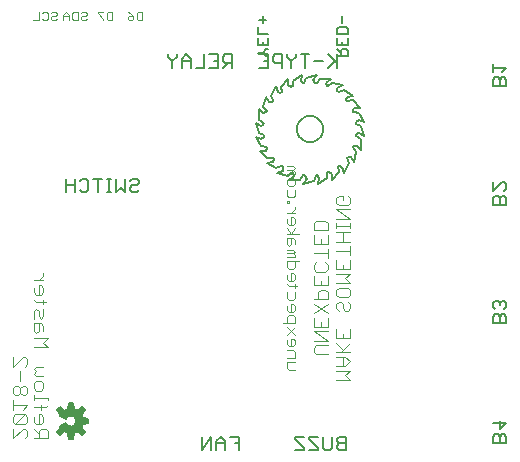
<source format=gbo>
G75*
%MOIN*%
%OFA0B0*%
%FSLAX25Y25*%
%IPPOS*%
%LPD*%
%AMOC8*
5,1,8,0,0,1.08239X$1,22.5*
%
%ADD10C,0.00400*%
%ADD11C,0.00300*%
%ADD12C,0.00600*%
%ADD13C,0.00500*%
%ADD14C,0.00787*%
%ADD15C,0.00591*%
D10*
X0018046Y0023600D02*
X0021249Y0026803D01*
X0022050Y0026803D01*
X0022851Y0026002D01*
X0022851Y0024401D01*
X0022050Y0023600D01*
X0024962Y0023600D02*
X0029767Y0023600D01*
X0029767Y0026002D01*
X0028966Y0026803D01*
X0027364Y0026803D01*
X0026564Y0026002D01*
X0026564Y0023600D01*
X0026564Y0025201D02*
X0024962Y0026803D01*
X0025763Y0028388D02*
X0027364Y0028388D01*
X0028165Y0029189D01*
X0028165Y0030790D01*
X0027364Y0031591D01*
X0026564Y0031591D01*
X0026564Y0028388D01*
X0025763Y0028388D02*
X0024962Y0029189D01*
X0024962Y0030790D01*
X0022851Y0030790D02*
X0022851Y0029189D01*
X0022050Y0028388D01*
X0018847Y0028388D01*
X0022050Y0031591D01*
X0018847Y0031591D01*
X0018046Y0030790D01*
X0018046Y0029189D01*
X0018847Y0028388D01*
X0018046Y0026803D02*
X0018046Y0023600D01*
X0022851Y0030790D02*
X0022050Y0031591D01*
X0021249Y0033176D02*
X0022851Y0034778D01*
X0018046Y0034778D01*
X0018046Y0036379D02*
X0018046Y0033176D01*
X0018847Y0037964D02*
X0019648Y0037964D01*
X0020448Y0038765D01*
X0020448Y0040366D01*
X0019648Y0041167D01*
X0018847Y0041167D01*
X0018046Y0040366D01*
X0018046Y0038765D01*
X0018847Y0037964D01*
X0020448Y0038765D02*
X0021249Y0037964D01*
X0022050Y0037964D01*
X0022851Y0038765D01*
X0022851Y0040366D01*
X0022050Y0041167D01*
X0021249Y0041167D01*
X0020448Y0040366D01*
X0020448Y0042752D02*
X0020448Y0045955D01*
X0022050Y0047540D02*
X0022851Y0048341D01*
X0022851Y0049942D01*
X0022050Y0050743D01*
X0021249Y0050743D01*
X0018046Y0047540D01*
X0018046Y0050743D01*
X0024962Y0053925D02*
X0029767Y0053925D01*
X0028165Y0055526D01*
X0029767Y0057127D01*
X0024962Y0057127D01*
X0025763Y0058713D02*
X0026564Y0059513D01*
X0026564Y0061915D01*
X0027364Y0061915D02*
X0024962Y0061915D01*
X0024962Y0059513D01*
X0025763Y0058713D01*
X0028165Y0059513D02*
X0028165Y0061115D01*
X0027364Y0061915D01*
X0027364Y0063501D02*
X0028165Y0064301D01*
X0028165Y0066703D01*
X0028165Y0068289D02*
X0028165Y0069890D01*
X0028966Y0069090D02*
X0025763Y0069090D01*
X0024962Y0069890D01*
X0025763Y0071481D02*
X0027364Y0071481D01*
X0028165Y0072282D01*
X0028165Y0073883D01*
X0027364Y0074684D01*
X0026564Y0074684D01*
X0026564Y0071481D01*
X0025763Y0071481D02*
X0024962Y0072282D01*
X0024962Y0073883D01*
X0024962Y0076269D02*
X0028165Y0076269D01*
X0026564Y0076269D02*
X0028165Y0077870D01*
X0028165Y0078671D01*
X0025763Y0066703D02*
X0026564Y0065903D01*
X0026564Y0064301D01*
X0027364Y0063501D01*
X0024962Y0063501D02*
X0024962Y0065903D01*
X0025763Y0066703D01*
X0025763Y0047551D02*
X0028165Y0047551D01*
X0025763Y0047551D02*
X0024962Y0046750D01*
X0025763Y0045950D01*
X0024962Y0045149D01*
X0025763Y0044348D01*
X0028165Y0044348D01*
X0027364Y0042763D02*
X0028165Y0041962D01*
X0028165Y0040361D01*
X0027364Y0039560D01*
X0025763Y0039560D01*
X0024962Y0040361D01*
X0024962Y0041962D01*
X0025763Y0042763D01*
X0027364Y0042763D01*
X0024962Y0037970D02*
X0024962Y0036368D01*
X0024962Y0037169D02*
X0029767Y0037169D01*
X0029767Y0036368D01*
X0029767Y0034778D02*
X0028966Y0033977D01*
X0024962Y0033977D01*
X0027364Y0033176D02*
X0027364Y0034778D01*
X0118296Y0052348D02*
X0118296Y0053882D01*
X0119064Y0054650D01*
X0122900Y0054650D01*
X0122900Y0056184D02*
X0118296Y0059254D01*
X0122900Y0059254D01*
X0122900Y0060788D02*
X0118296Y0060788D01*
X0118296Y0063857D01*
X0118296Y0065392D02*
X0122900Y0068461D01*
X0122900Y0069996D02*
X0122900Y0072298D01*
X0122133Y0073065D01*
X0120598Y0073065D01*
X0119831Y0072298D01*
X0119831Y0069996D01*
X0118296Y0069996D02*
X0122900Y0069996D01*
X0125796Y0068461D02*
X0125796Y0066927D01*
X0126564Y0066159D01*
X0128098Y0066927D02*
X0128098Y0068461D01*
X0127331Y0069229D01*
X0126564Y0069229D01*
X0125796Y0068461D01*
X0128098Y0066927D02*
X0128866Y0066159D01*
X0129633Y0066159D01*
X0130400Y0066927D01*
X0130400Y0068461D01*
X0129633Y0069229D01*
X0129633Y0070763D02*
X0126564Y0070763D01*
X0125796Y0071531D01*
X0125796Y0073065D01*
X0126564Y0073833D01*
X0129633Y0073833D01*
X0130400Y0073065D01*
X0130400Y0071531D01*
X0129633Y0070763D01*
X0130400Y0075367D02*
X0125796Y0075367D01*
X0128866Y0076902D02*
X0130400Y0078437D01*
X0125796Y0078437D01*
X0125796Y0079971D02*
X0125796Y0083040D01*
X0128098Y0081506D02*
X0128098Y0079971D01*
X0130400Y0079971D02*
X0125796Y0079971D01*
X0122900Y0079971D02*
X0122133Y0079204D01*
X0119064Y0079204D01*
X0118296Y0079971D01*
X0118296Y0081506D01*
X0119064Y0082273D01*
X0122133Y0082273D02*
X0122900Y0081506D01*
X0122900Y0079971D01*
X0122900Y0077669D02*
X0122900Y0074600D01*
X0118296Y0074600D01*
X0118296Y0077669D01*
X0120598Y0076135D02*
X0120598Y0074600D01*
X0118296Y0068461D02*
X0122900Y0065392D01*
X0122900Y0063857D02*
X0122900Y0060788D01*
X0120598Y0060788D02*
X0120598Y0062323D01*
X0125796Y0060021D02*
X0125796Y0056952D01*
X0130400Y0056952D01*
X0130400Y0060021D01*
X0128098Y0058486D02*
X0128098Y0056952D01*
X0125796Y0055417D02*
X0128098Y0053115D01*
X0127331Y0052348D02*
X0130400Y0055417D01*
X0130400Y0052348D02*
X0125796Y0052348D01*
X0125796Y0050813D02*
X0128866Y0050813D01*
X0130400Y0049278D01*
X0128866Y0047744D01*
X0125796Y0047744D01*
X0125796Y0046209D02*
X0130400Y0046209D01*
X0128866Y0044674D01*
X0130400Y0043140D01*
X0125796Y0043140D01*
X0128098Y0047744D02*
X0128098Y0050813D01*
X0122900Y0051580D02*
X0119064Y0051580D01*
X0118296Y0052348D01*
X0118296Y0056184D02*
X0122900Y0056184D01*
X0130400Y0075367D02*
X0128866Y0076902D01*
X0130400Y0079971D02*
X0130400Y0083040D01*
X0130400Y0084575D02*
X0130400Y0087644D01*
X0130400Y0086110D02*
X0125796Y0086110D01*
X0125796Y0089179D02*
X0130400Y0089179D01*
X0128098Y0089179D02*
X0128098Y0092248D01*
X0130400Y0092248D02*
X0125796Y0092248D01*
X0125796Y0093783D02*
X0125796Y0095318D01*
X0125796Y0094550D02*
X0130400Y0094550D01*
X0130400Y0093783D02*
X0130400Y0095318D01*
X0130400Y0096852D02*
X0125796Y0099922D01*
X0130400Y0099922D01*
X0129633Y0101456D02*
X0126564Y0101456D01*
X0125796Y0102223D01*
X0125796Y0103758D01*
X0126564Y0104525D01*
X0128098Y0104525D01*
X0128098Y0102991D01*
X0129633Y0104525D02*
X0130400Y0103758D01*
X0130400Y0102223D01*
X0129633Y0101456D01*
X0130400Y0096852D02*
X0125796Y0096852D01*
X0122900Y0095318D02*
X0122900Y0093016D01*
X0118296Y0093016D01*
X0118296Y0095318D01*
X0119064Y0096085D01*
X0122133Y0096085D01*
X0122900Y0095318D01*
X0122900Y0091481D02*
X0122900Y0088412D01*
X0118296Y0088412D01*
X0118296Y0091481D01*
X0120598Y0089946D02*
X0120598Y0088412D01*
X0122900Y0086877D02*
X0122900Y0083808D01*
X0122900Y0085342D02*
X0118296Y0085342D01*
X0061093Y0163000D02*
X0059692Y0163000D01*
X0059225Y0163467D01*
X0059225Y0165335D01*
X0059692Y0165802D01*
X0061093Y0165802D01*
X0061093Y0163000D01*
X0058146Y0163467D02*
X0057679Y0163000D01*
X0056745Y0163000D01*
X0056278Y0163467D01*
X0056278Y0163934D01*
X0056745Y0164401D01*
X0058146Y0164401D01*
X0058146Y0163467D01*
X0058146Y0164401D02*
X0057212Y0165335D01*
X0056278Y0165802D01*
X0051093Y0165802D02*
X0051093Y0163000D01*
X0049692Y0163000D01*
X0049225Y0163467D01*
X0049225Y0165335D01*
X0049692Y0165802D01*
X0051093Y0165802D01*
X0048146Y0165802D02*
X0046278Y0165802D01*
X0046278Y0165335D01*
X0048146Y0163467D01*
X0048146Y0163000D01*
X0042566Y0163467D02*
X0042099Y0163000D01*
X0041165Y0163000D01*
X0040698Y0163467D01*
X0040698Y0163934D01*
X0041165Y0164401D01*
X0042099Y0164401D01*
X0042566Y0164868D01*
X0042566Y0165335D01*
X0042099Y0165802D01*
X0041165Y0165802D01*
X0040698Y0165335D01*
X0039620Y0165802D02*
X0038219Y0165802D01*
X0037751Y0165335D01*
X0037751Y0163467D01*
X0038219Y0163000D01*
X0039620Y0163000D01*
X0039620Y0165802D01*
X0036673Y0164868D02*
X0035739Y0165802D01*
X0034805Y0164868D01*
X0034805Y0163000D01*
X0034805Y0164401D02*
X0036673Y0164401D01*
X0036673Y0164868D02*
X0036673Y0163000D01*
X0032566Y0163467D02*
X0032099Y0163000D01*
X0031165Y0163000D01*
X0030698Y0163467D01*
X0030698Y0163934D01*
X0031165Y0164401D01*
X0032099Y0164401D01*
X0032566Y0164868D01*
X0032566Y0165335D01*
X0032099Y0165802D01*
X0031165Y0165802D01*
X0030698Y0165335D01*
X0029620Y0165335D02*
X0029620Y0163467D01*
X0029153Y0163000D01*
X0028219Y0163000D01*
X0027751Y0163467D01*
X0026673Y0163000D02*
X0024805Y0163000D01*
X0026673Y0163000D02*
X0026673Y0165802D01*
X0027751Y0165335D02*
X0028219Y0165802D01*
X0029153Y0165802D01*
X0029620Y0165335D01*
D11*
X0109496Y0114252D02*
X0111448Y0114252D01*
X0112099Y0113601D01*
X0111448Y0112951D01*
X0109496Y0112951D01*
X0109496Y0111650D02*
X0112099Y0111650D01*
X0112099Y0112300D01*
X0111448Y0112951D01*
X0111448Y0110384D02*
X0110147Y0110384D01*
X0109496Y0109734D01*
X0109496Y0108433D01*
X0110147Y0107782D01*
X0111448Y0107782D01*
X0112099Y0108433D01*
X0112099Y0109734D01*
X0111448Y0110384D01*
X0112099Y0106517D02*
X0112099Y0104565D01*
X0111448Y0103915D01*
X0110147Y0103915D01*
X0109496Y0104565D01*
X0109496Y0106517D01*
X0109496Y0102632D02*
X0109496Y0101981D01*
X0110147Y0101981D01*
X0110147Y0102632D01*
X0109496Y0102632D01*
X0112099Y0100710D02*
X0112099Y0100060D01*
X0110798Y0098759D01*
X0110798Y0097493D02*
X0110798Y0094891D01*
X0111448Y0094891D02*
X0110147Y0094891D01*
X0109496Y0095542D01*
X0109496Y0096843D01*
X0110798Y0097493D02*
X0111448Y0097493D01*
X0112099Y0096843D01*
X0112099Y0095542D01*
X0111448Y0094891D01*
X0112099Y0093620D02*
X0110798Y0091668D01*
X0109496Y0093620D01*
X0109496Y0091668D02*
X0113400Y0091668D01*
X0112099Y0089753D02*
X0111448Y0090403D01*
X0109496Y0090403D01*
X0109496Y0088452D01*
X0110147Y0087801D01*
X0110798Y0088452D01*
X0110798Y0090403D01*
X0112099Y0089753D02*
X0112099Y0088452D01*
X0111448Y0086536D02*
X0109496Y0086536D01*
X0109496Y0085235D02*
X0111448Y0085235D01*
X0112099Y0085886D01*
X0111448Y0086536D01*
X0111448Y0085235D02*
X0112099Y0084584D01*
X0112099Y0083934D01*
X0109496Y0083934D01*
X0109496Y0082669D02*
X0109496Y0080717D01*
X0110147Y0080067D01*
X0111448Y0080067D01*
X0112099Y0080717D01*
X0112099Y0082669D01*
X0113400Y0082669D02*
X0109496Y0082669D01*
X0110798Y0078802D02*
X0110798Y0076199D01*
X0111448Y0076199D02*
X0110147Y0076199D01*
X0109496Y0076850D01*
X0109496Y0078151D01*
X0110798Y0078802D02*
X0111448Y0078802D01*
X0112099Y0078151D01*
X0112099Y0076850D01*
X0111448Y0076199D01*
X0112099Y0074922D02*
X0112099Y0073621D01*
X0112749Y0074272D02*
X0110147Y0074272D01*
X0109496Y0074922D01*
X0109496Y0072356D02*
X0109496Y0070404D01*
X0110147Y0069754D01*
X0111448Y0069754D01*
X0112099Y0070404D01*
X0112099Y0072356D01*
X0111448Y0068489D02*
X0110798Y0068489D01*
X0110798Y0065886D01*
X0111448Y0065886D02*
X0110147Y0065886D01*
X0109496Y0066537D01*
X0109496Y0067838D01*
X0111448Y0068489D02*
X0112099Y0067838D01*
X0112099Y0066537D01*
X0111448Y0065886D01*
X0111448Y0064621D02*
X0110147Y0064621D01*
X0109496Y0063971D01*
X0109496Y0062019D01*
X0109496Y0060754D02*
X0112099Y0058152D01*
X0111448Y0056887D02*
X0110798Y0056887D01*
X0110798Y0054285D01*
X0111448Y0054285D02*
X0110147Y0054285D01*
X0109496Y0054935D01*
X0109496Y0056236D01*
X0109496Y0058152D02*
X0112099Y0060754D01*
X0112099Y0062019D02*
X0112099Y0063971D01*
X0111448Y0064621D01*
X0112099Y0062019D02*
X0108195Y0062019D01*
X0111448Y0056887D02*
X0112099Y0056236D01*
X0112099Y0054935D01*
X0111448Y0054285D01*
X0111448Y0053020D02*
X0109496Y0053020D01*
X0111448Y0053020D02*
X0112099Y0052369D01*
X0112099Y0050417D01*
X0109496Y0050417D01*
X0109496Y0049152D02*
X0112099Y0049152D01*
X0112099Y0046550D02*
X0110147Y0046550D01*
X0109496Y0047201D01*
X0109496Y0049152D01*
X0109496Y0098759D02*
X0112099Y0098759D01*
D12*
X0060046Y0106434D02*
X0059312Y0105700D01*
X0057845Y0105700D01*
X0057111Y0106434D01*
X0057111Y0107168D01*
X0057845Y0107902D01*
X0059312Y0107902D01*
X0060046Y0108636D01*
X0060046Y0109370D01*
X0059312Y0110104D01*
X0057845Y0110104D01*
X0057111Y0109370D01*
X0055443Y0110104D02*
X0055443Y0105700D01*
X0053975Y0107168D01*
X0052507Y0105700D01*
X0052507Y0110104D01*
X0050839Y0110104D02*
X0049371Y0110104D01*
X0050105Y0110104D02*
X0050105Y0105700D01*
X0050839Y0105700D02*
X0049371Y0105700D01*
X0046301Y0105700D02*
X0046301Y0110104D01*
X0047769Y0110104D02*
X0044833Y0110104D01*
X0043165Y0109370D02*
X0043165Y0106434D01*
X0042431Y0105700D01*
X0040964Y0105700D01*
X0040230Y0106434D01*
X0038561Y0105700D02*
X0038561Y0110104D01*
X0040230Y0109370D02*
X0040964Y0110104D01*
X0042431Y0110104D01*
X0043165Y0109370D01*
X0038561Y0107902D02*
X0035626Y0107902D01*
X0035626Y0110104D02*
X0035626Y0105700D01*
X0071163Y0147200D02*
X0071163Y0149402D01*
X0069695Y0150870D01*
X0069695Y0151604D01*
X0071163Y0149402D02*
X0072631Y0150870D01*
X0072631Y0151604D01*
X0074299Y0150136D02*
X0074299Y0147200D01*
X0074299Y0149402D02*
X0077235Y0149402D01*
X0077235Y0150136D02*
X0077235Y0147200D01*
X0078903Y0147200D02*
X0081839Y0147200D01*
X0081839Y0151604D01*
X0083507Y0151604D02*
X0086443Y0151604D01*
X0086443Y0147200D01*
X0083507Y0147200D01*
X0084975Y0149402D02*
X0086443Y0149402D01*
X0088111Y0149402D02*
X0088111Y0150870D01*
X0088845Y0151604D01*
X0091046Y0151604D01*
X0091046Y0147200D01*
X0091046Y0148668D02*
X0088845Y0148668D01*
X0088111Y0149402D01*
X0089579Y0148668D02*
X0088111Y0147200D01*
X0077235Y0150136D02*
X0075767Y0151604D01*
X0074299Y0150136D01*
X0100091Y0151604D02*
X0103027Y0151604D01*
X0103027Y0147200D01*
X0100091Y0147200D01*
X0101559Y0149402D02*
X0103027Y0149402D01*
X0104695Y0149402D02*
X0104695Y0150870D01*
X0105429Y0151604D01*
X0107631Y0151604D01*
X0107631Y0147200D01*
X0107631Y0148668D02*
X0105429Y0148668D01*
X0104695Y0149402D01*
X0109299Y0150870D02*
X0110767Y0149402D01*
X0110767Y0147200D01*
X0110767Y0149402D02*
X0112235Y0150870D01*
X0112235Y0151604D01*
X0113903Y0151604D02*
X0116839Y0151604D01*
X0115371Y0151604D02*
X0115371Y0147200D01*
X0118507Y0149402D02*
X0121443Y0149402D01*
X0123111Y0147200D02*
X0125312Y0149402D01*
X0126046Y0148668D02*
X0123111Y0151604D01*
X0126046Y0151604D02*
X0126046Y0147200D01*
X0109299Y0150870D02*
X0109299Y0151604D01*
X0178146Y0148532D02*
X0178146Y0145596D01*
X0178146Y0147064D02*
X0182550Y0147064D01*
X0181082Y0145596D01*
X0181082Y0143928D02*
X0180348Y0143194D01*
X0180348Y0140992D01*
X0178146Y0140992D02*
X0178146Y0143194D01*
X0178880Y0143928D01*
X0179614Y0143928D01*
X0180348Y0143194D01*
X0181082Y0143928D02*
X0181816Y0143928D01*
X0182550Y0143194D01*
X0182550Y0140992D01*
X0178146Y0140992D01*
X0178146Y0109032D02*
X0178146Y0106096D01*
X0181082Y0109032D01*
X0181816Y0109032D01*
X0182550Y0108298D01*
X0182550Y0106830D01*
X0181816Y0106096D01*
X0181816Y0104428D02*
X0181082Y0104428D01*
X0180348Y0103694D01*
X0180348Y0101492D01*
X0178146Y0101492D02*
X0178146Y0103694D01*
X0178880Y0104428D01*
X0179614Y0104428D01*
X0180348Y0103694D01*
X0181816Y0104428D02*
X0182550Y0103694D01*
X0182550Y0101492D01*
X0178146Y0101492D01*
X0178880Y0069532D02*
X0178146Y0068798D01*
X0178146Y0067330D01*
X0178880Y0066596D01*
X0178880Y0064928D02*
X0178146Y0064194D01*
X0178146Y0061992D01*
X0182550Y0061992D01*
X0182550Y0064194D01*
X0181816Y0064928D01*
X0181082Y0064928D01*
X0180348Y0064194D01*
X0180348Y0061992D01*
X0180348Y0064194D02*
X0179614Y0064928D01*
X0178880Y0064928D01*
X0181816Y0066596D02*
X0182550Y0067330D01*
X0182550Y0068798D01*
X0181816Y0069532D01*
X0181082Y0069532D01*
X0180348Y0068798D01*
X0179614Y0069532D01*
X0178880Y0069532D01*
X0180348Y0068798D02*
X0180348Y0068064D01*
X0180348Y0029532D02*
X0180348Y0026596D01*
X0182550Y0028798D01*
X0178146Y0028798D01*
X0178880Y0024928D02*
X0178146Y0024194D01*
X0178146Y0021992D01*
X0182550Y0021992D01*
X0182550Y0024194D01*
X0181816Y0024928D01*
X0181082Y0024928D01*
X0180348Y0024194D01*
X0180348Y0021992D01*
X0180348Y0024194D02*
X0179614Y0024928D01*
X0178880Y0024928D01*
X0128962Y0024104D02*
X0128962Y0019700D01*
X0126760Y0019700D01*
X0126026Y0020434D01*
X0126026Y0021168D01*
X0126760Y0021902D01*
X0128962Y0021902D01*
X0126760Y0021902D02*
X0126026Y0022636D01*
X0126026Y0023370D01*
X0126760Y0024104D01*
X0128962Y0024104D01*
X0124358Y0024104D02*
X0124358Y0020434D01*
X0123624Y0019700D01*
X0122156Y0019700D01*
X0121422Y0020434D01*
X0121422Y0024104D01*
X0119754Y0024104D02*
X0116819Y0024104D01*
X0116819Y0023370D01*
X0119754Y0020434D01*
X0119754Y0019700D01*
X0116819Y0019700D01*
X0115150Y0019700D02*
X0112215Y0019700D01*
X0115150Y0019700D02*
X0115150Y0020434D01*
X0112215Y0023370D01*
X0112215Y0024104D01*
X0115150Y0024104D01*
X0093358Y0024104D02*
X0093358Y0019700D01*
X0093358Y0021902D02*
X0091890Y0021902D01*
X0093358Y0024104D02*
X0090422Y0024104D01*
X0088754Y0022636D02*
X0087286Y0024104D01*
X0085818Y0022636D01*
X0085818Y0019700D01*
X0084150Y0019700D02*
X0084150Y0024104D01*
X0081215Y0019700D01*
X0081215Y0024104D01*
X0085818Y0021902D02*
X0088754Y0021902D01*
X0088754Y0022636D02*
X0088754Y0019700D01*
D13*
X0102516Y0150917D02*
X0101348Y0152085D01*
X0099596Y0152085D01*
X0101348Y0152085D02*
X0102516Y0153253D01*
X0103099Y0153253D01*
X0103099Y0154601D02*
X0099596Y0154601D01*
X0099596Y0156936D01*
X0099596Y0158284D02*
X0099596Y0160619D01*
X0101348Y0161967D02*
X0101348Y0164302D01*
X0102516Y0163134D02*
X0100180Y0163134D01*
X0099596Y0158284D02*
X0103099Y0158284D01*
X0103099Y0156936D02*
X0103099Y0154601D01*
X0101348Y0154601D02*
X0101348Y0155768D01*
X0102516Y0150917D02*
X0103099Y0150917D01*
X0126096Y0150917D02*
X0129599Y0150917D01*
X0129599Y0152669D01*
X0129016Y0153253D01*
X0127848Y0153253D01*
X0127264Y0152669D01*
X0127264Y0150917D01*
X0127264Y0152085D02*
X0126096Y0153253D01*
X0126096Y0154601D02*
X0126096Y0156936D01*
X0126096Y0158284D02*
X0126096Y0160035D01*
X0126680Y0160619D01*
X0129016Y0160619D01*
X0129599Y0160035D01*
X0129599Y0158284D01*
X0126096Y0158284D01*
X0127848Y0155768D02*
X0127848Y0154601D01*
X0129599Y0154601D02*
X0126096Y0154601D01*
X0129599Y0154601D02*
X0129599Y0156936D01*
X0127848Y0161967D02*
X0127848Y0164302D01*
D14*
X0119225Y0144741D02*
X0115792Y0143726D01*
X0115177Y0142164D01*
X0115128Y0142158D01*
X0114636Y0142090D01*
X0114587Y0142084D01*
X0113935Y0142767D01*
X0114513Y0144692D01*
X0111449Y0142828D01*
X0111253Y0141161D01*
X0111197Y0141138D01*
X0110648Y0140905D01*
X0110594Y0140878D01*
X0109776Y0141371D01*
X0109831Y0143382D01*
X0107365Y0140780D01*
X0107623Y0139094D01*
X0107585Y0139065D01*
X0107211Y0138773D01*
X0107174Y0138744D01*
X0106239Y0139014D01*
X0105771Y0140977D01*
X0104055Y0137833D01*
X0104738Y0136252D01*
X0104704Y0136208D01*
X0104370Y0135763D01*
X0104338Y0135717D01*
X0103341Y0135729D01*
X0102370Y0137495D01*
X0101539Y0134007D01*
X0102634Y0132641D01*
X0102620Y0132608D01*
X0102486Y0132269D01*
X0102474Y0132235D01*
X0101478Y0131995D01*
X0100100Y0133466D01*
X0100173Y0129885D01*
X0101601Y0128821D01*
X0101593Y0128772D01*
X0101531Y0128274D01*
X0101527Y0128224D01*
X0100610Y0127708D01*
X0098900Y0128753D01*
X0099915Y0125315D01*
X0101601Y0124650D01*
X0101605Y0124614D01*
X0101656Y0124255D01*
X0101662Y0124220D01*
X0100875Y0123457D01*
X0098949Y0124041D01*
X0100807Y0120984D01*
X0102628Y0120781D01*
X0102646Y0120738D01*
X0102829Y0120312D01*
X0102849Y0120271D01*
X0102271Y0119311D01*
X0100253Y0119366D01*
X0102849Y0116905D01*
X0104695Y0117195D01*
X0104715Y0117169D01*
X0104925Y0116901D01*
X0104947Y0116875D01*
X0104627Y0115767D01*
X0102665Y0115306D01*
X0105802Y0113596D01*
X0107518Y0114353D01*
X0107524Y0114359D01*
X0107558Y0114334D01*
X0107890Y0114082D01*
X0107924Y0114058D01*
X0107906Y0112882D01*
X0106134Y0111923D01*
X0109616Y0111092D01*
X0111074Y0112280D01*
X0111086Y0112292D01*
X0111109Y0112283D01*
X0111334Y0112191D01*
X0111357Y0112181D01*
X0111640Y0111025D01*
X0110170Y0109647D01*
X0113750Y0109721D01*
X0114863Y0111234D01*
X0114876Y0111265D01*
X0114916Y0111259D01*
X0115316Y0111208D01*
X0115356Y0111203D01*
X0115934Y0110151D01*
X0114876Y0108441D01*
X0118296Y0109456D01*
X0118960Y0111209D01*
X0118960Y0111240D01*
X0118999Y0111243D01*
X0119156Y0111262D01*
X0119299Y0111285D01*
X0119329Y0111289D01*
X0120166Y0110422D01*
X0119588Y0108496D01*
X0122645Y0110354D01*
X0122854Y0112218D01*
X0122848Y0112236D01*
X0122887Y0112252D01*
X0123260Y0112410D01*
X0123297Y0112427D01*
X0124318Y0111812D01*
X0124263Y0109800D01*
X0126724Y0112397D01*
X0126434Y0114254D01*
X0126428Y0114266D01*
X0126454Y0114285D01*
X0126710Y0114487D01*
X0126736Y0114506D01*
X0127862Y0114181D01*
X0128323Y0112218D01*
X0130033Y0115355D01*
X0129289Y0117053D01*
X0129316Y0117087D01*
X0129582Y0117436D01*
X0129609Y0117472D01*
X0130759Y0117453D01*
X0131719Y0115681D01*
X0132549Y0119163D01*
X0131393Y0120590D01*
X0131405Y0120618D01*
X0131517Y0120891D01*
X0131528Y0120917D01*
X0132611Y0121181D01*
X0133989Y0119711D01*
X0133915Y0123291D01*
X0132463Y0124367D01*
X0132471Y0124417D01*
X0132532Y0124903D01*
X0132537Y0124952D01*
X0133491Y0125481D01*
X0135200Y0124423D01*
X0134185Y0127855D01*
X0132525Y0128495D01*
X0132520Y0128537D01*
X0132465Y0128946D01*
X0132457Y0128987D01*
X0133220Y0129713D01*
X0135145Y0129135D01*
X0133287Y0132198D01*
X0131553Y0132401D01*
X0131533Y0132451D01*
X0131328Y0132947D01*
X0131307Y0132998D01*
X0131830Y0133872D01*
X0133841Y0133816D01*
X0131239Y0136283D01*
X0129535Y0136025D01*
X0129507Y0136062D01*
X0129226Y0136420D01*
X0129197Y0136455D01*
X0129473Y0137409D01*
X0131430Y0137876D01*
X0128292Y0139587D01*
X0126724Y0138910D01*
X0126679Y0138945D01*
X0126216Y0139294D01*
X0126170Y0139328D01*
X0126182Y0140300D01*
X0127948Y0141266D01*
X0124460Y0142096D01*
X0123149Y0141038D01*
X0123109Y0141055D01*
X0122716Y0141214D01*
X0122676Y0141229D01*
X0122455Y0142152D01*
X0123925Y0143530D01*
X0120344Y0143456D01*
X0119342Y0142109D01*
X0119282Y0142116D01*
X0118688Y0142195D01*
X0118628Y0142201D01*
X0118173Y0143031D01*
X0119225Y0144741D01*
X0117275Y0131097D02*
X0116831Y0131097D01*
X0116166Y0131008D01*
X0115340Y0130751D01*
X0114592Y0130344D01*
X0113940Y0129806D01*
X0113402Y0129154D01*
X0112995Y0128406D01*
X0112738Y0127580D01*
X0112649Y0126915D01*
X0112649Y0126471D01*
X0112738Y0125806D01*
X0112995Y0124979D01*
X0113402Y0124231D01*
X0113940Y0123579D01*
X0114592Y0123041D01*
X0115340Y0122635D01*
X0116166Y0122378D01*
X0116831Y0122288D01*
X0117275Y0122288D01*
X0117940Y0122378D01*
X0118766Y0122635D01*
X0119515Y0123041D01*
X0120167Y0123579D01*
X0120705Y0124231D01*
X0121111Y0124979D01*
X0121368Y0125806D01*
X0121458Y0126471D01*
X0121458Y0126915D01*
X0121368Y0127581D01*
X0121111Y0128409D01*
X0120705Y0129157D01*
X0120167Y0129809D01*
X0119515Y0130346D01*
X0118766Y0130752D01*
X0117940Y0131008D01*
X0117275Y0131097D01*
D15*
X0038066Y0035261D02*
X0036627Y0035261D01*
X0036433Y0033356D01*
X0035793Y0033151D01*
X0035195Y0032843D01*
X0033711Y0034054D01*
X0032693Y0033036D01*
X0033903Y0031552D01*
X0033595Y0030954D01*
X0035641Y0030106D01*
X0035858Y0030491D01*
X0036160Y0030814D01*
X0036530Y0031055D01*
X0036947Y0031201D01*
X0037387Y0031245D01*
X0037824Y0031182D01*
X0038234Y0031018D01*
X0038593Y0030760D01*
X0038880Y0030425D01*
X0039080Y0030031D01*
X0039180Y0029601D01*
X0039176Y0029159D01*
X0039066Y0028731D01*
X0038858Y0028341D01*
X0038563Y0028012D01*
X0038198Y0027763D01*
X0037785Y0027607D01*
X0037346Y0027554D01*
X0036916Y0027605D01*
X0036509Y0027755D01*
X0036148Y0027997D01*
X0035853Y0028315D01*
X0035641Y0028694D01*
X0033595Y0027846D01*
X0033903Y0027248D01*
X0032693Y0025764D01*
X0033711Y0024746D01*
X0035195Y0025957D01*
X0035793Y0025649D01*
X0036433Y0025444D01*
X0036627Y0023539D01*
X0038066Y0023539D01*
X0038260Y0025444D01*
X0038900Y0025649D01*
X0039498Y0025957D01*
X0040982Y0024746D01*
X0042000Y0025764D01*
X0040790Y0027248D01*
X0041098Y0027846D01*
X0041303Y0028487D01*
X0043208Y0028680D01*
X0043208Y0030120D01*
X0041303Y0030313D01*
X0041098Y0030954D01*
X0040790Y0031552D01*
X0042000Y0033036D01*
X0040982Y0034054D01*
X0039498Y0032843D01*
X0038900Y0033151D01*
X0038260Y0033356D01*
X0038066Y0035261D01*
X0038083Y0035100D02*
X0036610Y0035100D01*
X0036550Y0034511D02*
X0038142Y0034511D01*
X0038202Y0033922D02*
X0036491Y0033922D01*
X0036360Y0033333D02*
X0038333Y0033333D01*
X0040098Y0033333D02*
X0041703Y0033333D01*
X0041762Y0032744D02*
X0032931Y0032744D01*
X0032990Y0033333D02*
X0034595Y0033333D01*
X0033872Y0033922D02*
X0033579Y0033922D01*
X0033411Y0032155D02*
X0041282Y0032155D01*
X0040801Y0031566D02*
X0033892Y0031566D01*
X0033607Y0030977D02*
X0036410Y0030977D01*
X0035800Y0030387D02*
X0034963Y0030387D01*
X0035464Y0028620D02*
X0035682Y0028620D01*
X0036116Y0028031D02*
X0034042Y0028031D01*
X0033803Y0027442D02*
X0040890Y0027442D01*
X0041112Y0026853D02*
X0033581Y0026853D01*
X0033101Y0026264D02*
X0041592Y0026264D01*
X0041911Y0025675D02*
X0039844Y0025675D01*
X0038951Y0025675D02*
X0035742Y0025675D01*
X0034849Y0025675D02*
X0032782Y0025675D01*
X0033371Y0025086D02*
X0034127Y0025086D01*
X0036469Y0025086D02*
X0038223Y0025086D01*
X0038164Y0024497D02*
X0036529Y0024497D01*
X0036589Y0023908D02*
X0038104Y0023908D01*
X0040566Y0025086D02*
X0041322Y0025086D01*
X0041157Y0028031D02*
X0038580Y0028031D01*
X0039007Y0028620D02*
X0042618Y0028620D01*
X0043208Y0029209D02*
X0039176Y0029209D01*
X0039134Y0029798D02*
X0043208Y0029798D01*
X0041279Y0030387D02*
X0038899Y0030387D01*
X0038291Y0030977D02*
X0041086Y0030977D01*
X0041114Y0033922D02*
X0040821Y0033922D01*
M02*

</source>
